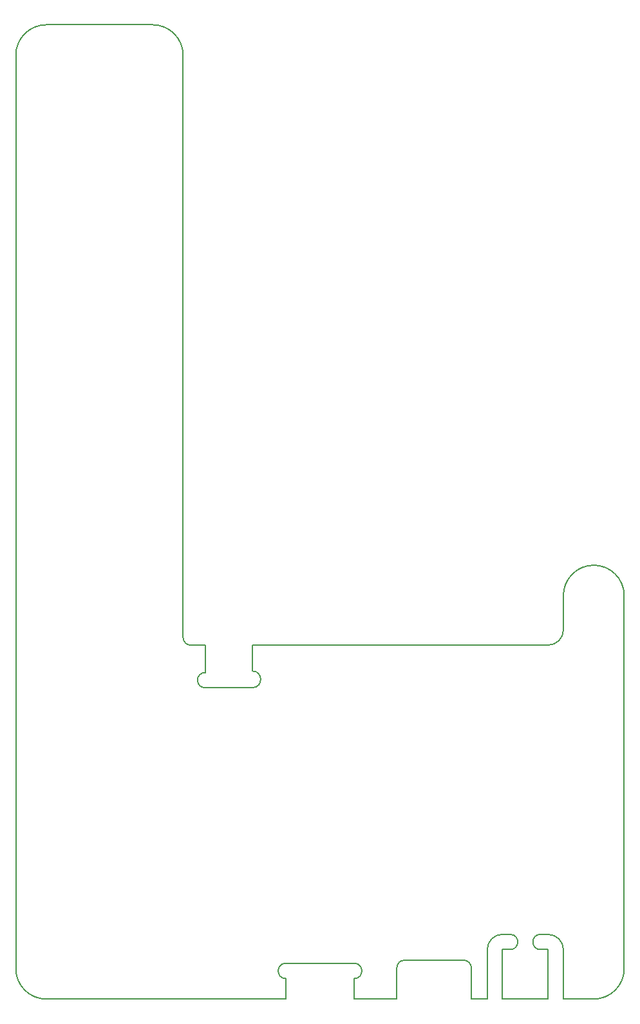
<source format=gbr>
G04 #@! TF.GenerationSoftware,KiCad,Pcbnew,(5.1.9-0-10_14)*
G04 #@! TF.CreationDate,2021-05-25T14:16:09+02:00*
G04 #@! TF.ProjectId,foodSampler_v21,666f6f64-5361-46d7-906c-65725f763231,rev?*
G04 #@! TF.SameCoordinates,Original*
G04 #@! TF.FileFunction,Profile,NP*
%FSLAX46Y46*%
G04 Gerber Fmt 4.6, Leading zero omitted, Abs format (unit mm)*
G04 Created by KiCad (PCBNEW (5.1.9-0-10_14)) date 2021-05-25 14:16:09*
%MOMM*%
%LPD*%
G01*
G04 APERTURE LIST*
G04 #@! TA.AperFunction,Profile*
%ADD10C,0.150000*%
G04 #@! TD*
G04 APERTURE END LIST*
D10*
X98000000Y-159000000D02*
X102000000Y-159000000D01*
X90000000Y-159000000D02*
X96000000Y-159000000D01*
X96000000Y-150500000D02*
G75*
G02*
X98000000Y-152500000I0J-2000000D01*
G01*
X95000000Y-152500000D02*
G75*
G02*
X95000000Y-150500000I0J1000000D01*
G01*
X91000000Y-150500000D02*
G75*
G02*
X91000000Y-152500000I0J-1000000D01*
G01*
X88000000Y-152500000D02*
G75*
G02*
X90000000Y-150500000I2000000J0D01*
G01*
X98000000Y-152500000D02*
X98000000Y-159000000D01*
X95000000Y-150500000D02*
X96000000Y-150500000D01*
X90000000Y-150500000D02*
X91000000Y-150500000D01*
X88000000Y-159000000D02*
X88000000Y-152500000D01*
X96000000Y-152500000D02*
X96000000Y-159000000D01*
X95000000Y-152500000D02*
X96000000Y-152500000D01*
X90000000Y-152500000D02*
X91000000Y-152500000D01*
X90000000Y-159000000D02*
X90000000Y-152500000D01*
X49000000Y-112500000D02*
X50900000Y-112500000D01*
X49000000Y-112500000D02*
G75*
G02*
X48000000Y-111500000I0J1000000D01*
G01*
X98000000Y-110500000D02*
G75*
G02*
X96000000Y-112500000I-2000000J0D01*
G01*
X85900000Y-159000000D02*
X88000000Y-159000000D01*
X85900000Y-154900000D02*
X85900000Y-159000000D01*
X76100000Y-154900000D02*
X76100000Y-159000000D01*
X84900000Y-153900000D02*
X77100000Y-153900000D01*
X84900000Y-153900000D02*
G75*
G02*
X85900000Y-154900000I0J-1000000D01*
G01*
X76100000Y-154900000D02*
G75*
G02*
X77100000Y-153900000I1000000J0D01*
G01*
X57100000Y-115900000D02*
G75*
G02*
X57100000Y-118100000I0J-1100000D01*
G01*
X50900000Y-118100000D02*
G75*
G02*
X50900000Y-116100000I0J1000000D01*
G01*
X57100000Y-115900000D02*
X57100000Y-112500000D01*
X50900000Y-118100000D02*
X57100000Y-118100000D01*
X50900000Y-112500000D02*
X50900000Y-116100000D01*
X70500000Y-154300000D02*
G75*
G02*
X70500000Y-156300000I0J-1000000D01*
G01*
X61500000Y-156300000D02*
G75*
G02*
X61500000Y-154300000I0J1000000D01*
G01*
X30000000Y-159000000D02*
X61500000Y-159000000D01*
X70500000Y-159000000D02*
X76100000Y-159000000D01*
X70500000Y-156300000D02*
X70500000Y-159000000D01*
X61500000Y-154300000D02*
X70500000Y-154300000D01*
X61500000Y-159000000D02*
X61500000Y-156300000D01*
X44000000Y-31000000D02*
G75*
G02*
X48000000Y-35000000I0J-4000000D01*
G01*
X98000000Y-106000000D02*
G75*
G02*
X102000000Y-102000000I4000000J0D01*
G01*
X102000000Y-102000000D02*
G75*
G02*
X106000000Y-106000000I0J-4000000D01*
G01*
X98000000Y-110500000D02*
X98000000Y-106000000D01*
X57100000Y-112500000D02*
X96000000Y-112500000D01*
X48000000Y-102000000D02*
X48000000Y-111500000D01*
X30000000Y-159000000D02*
G75*
G02*
X26000000Y-155000000I0J4000000D01*
G01*
X26000000Y-35000000D02*
G75*
G02*
X30000000Y-31000000I4000000J0D01*
G01*
X106000000Y-155000000D02*
G75*
G02*
X102000000Y-159000000I-4000000J0D01*
G01*
X26000000Y-155000000D02*
X26000000Y-35000000D01*
X106000000Y-106000000D02*
X106000000Y-155000000D01*
X48000000Y-35000000D02*
X48000000Y-102000000D01*
X30000000Y-31000000D02*
X44000000Y-31000000D01*
M02*

</source>
